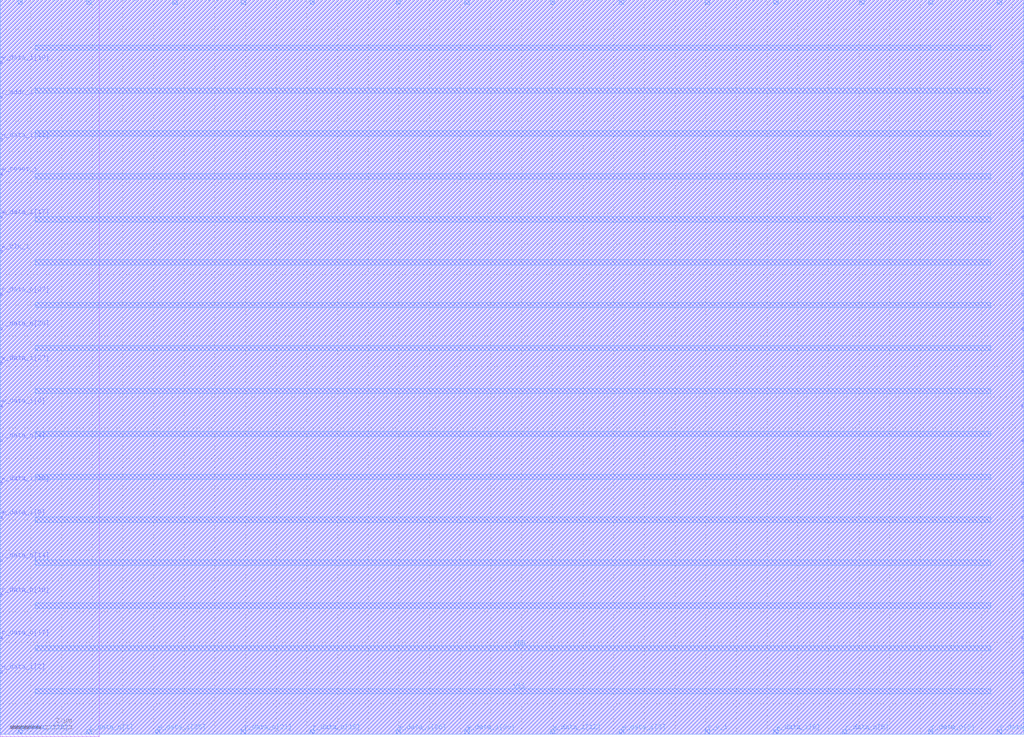
<source format=lef>
VERSION 5.8 ;
BUSBITCHARS "[]" ;
DIVIDERCHAR "/" ;
UNITS
    DATABASE MICRONS 2000 ;
END UNITS

MACRO bsg_mem_p28
  FOREIGN bsg_mem_p28 0 0 ;
  CLASS BLOCK ;
  SIZE 33.37 BY 23.96 ;
  PIN VSS
    USE GROUND ;
    DIRECTION INOUT ;
    PORT
      LAYER metal4 ;
        RECT  1.14 20.915 32.3 21.085 ;
        RECT  1.14 18.115 32.3 18.285 ;
        RECT  1.14 15.315 32.3 15.485 ;
        RECT  1.14 12.515 32.3 12.685 ;
        RECT  1.14 9.715 32.3 9.885 ;
        RECT  1.14 6.915 32.3 7.085 ;
        RECT  1.14 4.115 32.3 4.285 ;
        RECT  1.14 1.315 32.3 1.485 ;
    END
  END VSS
  PIN VDD
    USE POWER ;
    DIRECTION INOUT ;
    PORT
      LAYER metal4 ;
        RECT  1.14 22.315 32.3 22.485 ;
        RECT  1.14 19.515 32.3 19.685 ;
        RECT  1.14 16.715 32.3 16.885 ;
        RECT  1.14 13.915 32.3 14.085 ;
        RECT  1.14 11.115 32.3 11.285 ;
        RECT  1.14 8.315 32.3 8.485 ;
        RECT  1.14 5.515 32.3 5.685 ;
        RECT  1.14 2.715 32.3 2.885 ;
    END
  END VDD
  PIN r_addr_i
    DIRECTION INPUT ;
    USE SIGNAL ;
    PORT
      LAYER metal3 ;
        RECT  0 20.755 0.07 20.825 ;
    END
  END r_addr_i
  PIN r_data_o[0]
    DIRECTION OUTPUT ;
    USE SIGNAL ;
    PORT
      LAYER metal3 ;
        RECT  33.3 15.715 33.37 15.785 ;
    END
  END r_data_o[0]
  PIN r_data_o[10]
    DIRECTION OUTPUT ;
    USE SIGNAL ;
    PORT
      LAYER metal4 ;
        RECT  22.985 23.82 23.125 23.96 ;
    END
  END r_data_o[10]
  PIN r_data_o[11]
    DIRECTION OUTPUT ;
    USE SIGNAL ;
    PORT
      LAYER metal3 ;
        RECT  33.3 7.035 33.37 7.105 ;
    END
  END r_data_o[11]
  PIN r_data_o[12]
    DIRECTION OUTPUT ;
    USE SIGNAL ;
    PORT
      LAYER metal3 ;
        RECT  33.3 21.875 33.37 21.945 ;
    END
  END r_data_o[12]
  PIN r_data_o[13]
    DIRECTION OUTPUT ;
    USE SIGNAL ;
    PORT
      LAYER metal3 ;
        RECT  33.3 9.555 33.37 9.625 ;
    END
  END r_data_o[13]
  PIN r_data_o[14]
    DIRECTION OUTPUT ;
    USE SIGNAL ;
    PORT
      LAYER metal3 ;
        RECT  0 5.635 0.07 5.705 ;
    END
  END r_data_o[14]
  PIN r_data_o[15]
    DIRECTION OUTPUT ;
    USE SIGNAL ;
    PORT
      LAYER metal4 ;
        RECT  10.105 0 10.245 0.14 ;
    END
  END r_data_o[15]
  PIN r_data_o[16]
    DIRECTION OUTPUT ;
    USE SIGNAL ;
    PORT
      LAYER metal3 ;
        RECT  0 4.515 0.07 4.585 ;
    END
  END r_data_o[16]
  PIN r_data_o[17]
    DIRECTION OUTPUT ;
    USE SIGNAL ;
    PORT
      LAYER metal3 ;
        RECT  0 3.115 0.07 3.185 ;
    END
  END r_data_o[17]
  PIN r_data_o[18]
    DIRECTION OUTPUT ;
    USE SIGNAL ;
    PORT
      LAYER metal3 ;
        RECT  33.3 10.675 33.37 10.745 ;
    END
  END r_data_o[18]
  PIN r_data_o[19]
    DIRECTION OUTPUT ;
    USE SIGNAL ;
    PORT
      LAYER metal3 ;
        RECT  33.3 20.755 33.37 20.825 ;
    END
  END r_data_o[19]
  PIN r_data_o[1]
    DIRECTION OUTPUT ;
    USE SIGNAL ;
    PORT
      LAYER metal4 ;
        RECT  2.825 0 2.965 0.14 ;
    END
  END r_data_o[1]
  PIN r_data_o[20]
    DIRECTION OUTPUT ;
    USE SIGNAL ;
    PORT
      LAYER metal3 ;
        RECT  0 13.195 0.07 13.265 ;
    END
  END r_data_o[20]
  PIN r_data_o[21]
    DIRECTION OUTPUT ;
    USE SIGNAL ;
    PORT
      LAYER metal4 ;
        RECT  7.865 0 8.005 0.14 ;
    END
  END r_data_o[21]
  PIN r_data_o[22]
    DIRECTION OUTPUT ;
    USE SIGNAL ;
    PORT
      LAYER metal4 ;
        RECT  12.905 23.82 13.045 23.96 ;
    END
  END r_data_o[22]
  PIN r_data_o[23]
    DIRECTION OUTPUT ;
    USE SIGNAL ;
    PORT
      LAYER metal3 ;
        RECT  33.3 4.515 33.37 4.585 ;
    END
  END r_data_o[23]
  PIN r_data_o[24]
    DIRECTION OUTPUT ;
    USE SIGNAL ;
    PORT
      LAYER metal4 ;
        RECT  17.945 23.82 18.085 23.96 ;
    END
  END r_data_o[24]
  PIN r_data_o[25]
    DIRECTION OUTPUT ;
    USE SIGNAL ;
    PORT
      LAYER metal3 ;
        RECT  33.3 14.315 33.37 14.385 ;
    END
  END r_data_o[25]
  PIN r_data_o[26]
    DIRECTION OUTPUT ;
    USE SIGNAL ;
    PORT
      LAYER metal4 ;
        RECT  10.105 23.82 10.245 23.96 ;
    END
  END r_data_o[26]
  PIN r_data_o[27]
    DIRECTION OUTPUT ;
    USE SIGNAL ;
    PORT
      LAYER metal3 ;
        RECT  0 14.315 0.07 14.385 ;
    END
  END r_data_o[27]
  PIN r_data_o[2]
    DIRECTION OUTPUT ;
    USE SIGNAL ;
    PORT
      LAYER metal4 ;
        RECT  32.505 0 32.645 0.14 ;
    END
  END r_data_o[2]
  PIN r_data_o[3]
    DIRECTION OUTPUT ;
    USE SIGNAL ;
    PORT
      LAYER metal4 ;
        RECT  30.265 0 30.405 0.14 ;
    END
  END r_data_o[3]
  PIN r_data_o[4]
    DIRECTION OUTPUT ;
    USE SIGNAL ;
    PORT
      LAYER metal3 ;
        RECT  0 9.555 0.07 9.625 ;
    END
  END r_data_o[4]
  PIN r_data_o[5]
    DIRECTION OUTPUT ;
    USE SIGNAL ;
    PORT
      LAYER metal3 ;
        RECT  33.3 16.835 33.37 16.905 ;
    END
  END r_data_o[5]
  PIN r_data_o[6]
    DIRECTION OUTPUT ;
    USE SIGNAL ;
    PORT
      LAYER metal4 ;
        RECT  27.465 0 27.605 0.14 ;
    END
  END r_data_o[6]
  PIN r_data_o[7]
    DIRECTION OUTPUT ;
    USE SIGNAL ;
    PORT
      LAYER metal4 ;
        RECT  20.185 23.82 20.325 23.96 ;
    END
  END r_data_o[7]
  PIN r_data_o[8]
    DIRECTION OUTPUT ;
    USE SIGNAL ;
    PORT
      LAYER metal3 ;
        RECT  33.3 1.995 33.37 2.065 ;
    END
  END r_data_o[8]
  PIN r_data_o[9]
    DIRECTION OUTPUT ;
    USE SIGNAL ;
    PORT
      LAYER metal3 ;
        RECT  33.3 5.635 33.37 5.705 ;
    END
  END r_data_o[9]
  PIN r_v_i
    DIRECTION INPUT ;
    USE SIGNAL ;
    PORT
      LAYER metal4 ;
        RECT  22.985 0 23.125 0.14 ;
    END
  END r_v_i
  PIN w_addr_i
    DIRECTION INPUT ;
    USE SIGNAL ;
    PORT
      LAYER metal3 ;
        RECT  33.3 8.155 33.37 8.225 ;
    END
  END w_addr_i
  PIN w_clk_i
    DIRECTION INPUT ;
    USE SIGNAL ;
    PORT
      LAYER metal3 ;
        RECT  0 15.715 0.07 15.785 ;
    END
  END w_clk_i
  PIN w_data_i[0]
    DIRECTION INPUT ;
    USE SIGNAL ;
    PORT
      LAYER metal3 ;
        RECT  0 10.675 0.07 10.745 ;
    END
  END w_data_i[0]
  PIN w_data_i[10]
    DIRECTION INPUT ;
    USE SIGNAL ;
    PORT
      LAYER metal3 ;
        RECT  0 8.155 0.07 8.225 ;
    END
  END w_data_i[10]
  PIN w_data_i[11]
    DIRECTION INPUT ;
    USE SIGNAL ;
    PORT
      LAYER metal3 ;
        RECT  0 19.355 0.07 19.425 ;
    END
  END w_data_i[11]
  PIN w_data_i[12]
    DIRECTION INPUT ;
    USE SIGNAL ;
    PORT
      LAYER metal4 ;
        RECT  17.945 0 18.085 0.14 ;
    END
  END w_data_i[12]
  PIN w_data_i[13]
    DIRECTION INPUT ;
    USE SIGNAL ;
    PORT
      LAYER metal4 ;
        RECT  25.225 23.82 25.365 23.96 ;
    END
  END w_data_i[13]
  PIN w_data_i[14]
    DIRECTION INPUT ;
    USE SIGNAL ;
    PORT
      LAYER metal4 ;
        RECT  2.825 23.82 2.965 23.96 ;
    END
  END w_data_i[14]
  PIN w_data_i[15]
    DIRECTION INPUT ;
    USE SIGNAL ;
    PORT
      LAYER metal3 ;
        RECT  33.3 19.355 33.37 19.425 ;
    END
  END w_data_i[15]
  PIN w_data_i[16]
    DIRECTION INPUT ;
    USE SIGNAL ;
    PORT
      LAYER metal4 ;
        RECT  15.145 23.82 15.285 23.96 ;
    END
  END w_data_i[16]
  PIN w_data_i[17]
    DIRECTION INPUT ;
    USE SIGNAL ;
    PORT
      LAYER metal3 ;
        RECT  0 16.835 0.07 16.905 ;
    END
  END w_data_i[17]
  PIN w_data_i[18]
    DIRECTION INPUT ;
    USE SIGNAL ;
    PORT
      LAYER metal4 ;
        RECT  0.585 0 0.725 0.14 ;
    END
  END w_data_i[18]
  PIN w_data_i[19]
    DIRECTION INPUT ;
    USE SIGNAL ;
    PORT
      LAYER metal3 ;
        RECT  0 21.875 0.07 21.945 ;
    END
  END w_data_i[19]
  PIN w_data_i[1]
    DIRECTION INPUT ;
    USE SIGNAL ;
    PORT
      LAYER metal4 ;
        RECT  32.505 23.82 32.645 23.96 ;
    END
  END w_data_i[1]
  PIN w_data_i[20]
    DIRECTION INPUT ;
    USE SIGNAL ;
    PORT
      LAYER metal4 ;
        RECT  15.145 0 15.285 0.14 ;
    END
  END w_data_i[20]
  PIN w_data_i[21]
    DIRECTION INPUT ;
    USE SIGNAL ;
    PORT
      LAYER metal3 ;
        RECT  33.3 18.235 33.37 18.305 ;
    END
  END w_data_i[21]
  PIN w_data_i[22]
    DIRECTION INPUT ;
    USE SIGNAL ;
    PORT
      LAYER metal3 ;
        RECT  33.3 3.115 33.37 3.185 ;
    END
  END w_data_i[22]
  PIN w_data_i[23]
    DIRECTION INPUT ;
    USE SIGNAL ;
    PORT
      LAYER metal4 ;
        RECT  7.865 23.82 8.005 23.96 ;
    END
  END w_data_i[23]
  PIN w_data_i[24]
    DIRECTION INPUT ;
    USE SIGNAL ;
    PORT
      LAYER metal3 ;
        RECT  33.3 11.795 33.37 11.865 ;
    END
  END w_data_i[24]
  PIN w_data_i[25]
    DIRECTION INPUT ;
    USE SIGNAL ;
    PORT
      LAYER metal4 ;
        RECT  5.065 0 5.205 0.14 ;
    END
  END w_data_i[25]
  PIN w_data_i[26]
    DIRECTION INPUT ;
    USE SIGNAL ;
    PORT
      LAYER metal4 ;
        RECT  12.905 0 13.045 0.14 ;
    END
  END w_data_i[26]
  PIN w_data_i[27]
    DIRECTION INPUT ;
    USE SIGNAL ;
    PORT
      LAYER metal3 ;
        RECT  0 12.075 0.07 12.145 ;
    END
  END w_data_i[27]
  PIN w_data_i[2]
    DIRECTION INPUT ;
    USE SIGNAL ;
    PORT
      LAYER metal3 ;
        RECT  0 1.995 0.07 2.065 ;
    END
  END w_data_i[2]
  PIN w_data_i[3]
    DIRECTION INPUT ;
    USE SIGNAL ;
    PORT
      LAYER metal4 ;
        RECT  20.185 0 20.325 0.14 ;
    END
  END w_data_i[3]
  PIN w_data_i[4]
    DIRECTION INPUT ;
    USE SIGNAL ;
    PORT
      LAYER metal4 ;
        RECT  30.265 23.82 30.405 23.96 ;
    END
  END w_data_i[4]
  PIN w_data_i[5]
    DIRECTION INPUT ;
    USE SIGNAL ;
    PORT
      LAYER metal4 ;
        RECT  28.025 23.82 28.165 23.96 ;
    END
  END w_data_i[5]
  PIN w_data_i[6]
    DIRECTION INPUT ;
    USE SIGNAL ;
    PORT
      LAYER metal4 ;
        RECT  0.585 23.82 0.725 23.96 ;
    END
  END w_data_i[6]
  PIN w_data_i[7]
    DIRECTION INPUT ;
    USE SIGNAL ;
    PORT
      LAYER metal4 ;
        RECT  5.625 23.82 5.765 23.96 ;
    END
  END w_data_i[7]
  PIN w_data_i[8]
    DIRECTION INPUT ;
    USE SIGNAL ;
    PORT
      LAYER metal4 ;
        RECT  25.225 0 25.365 0.14 ;
    END
  END w_data_i[8]
  PIN w_data_i[9]
    DIRECTION INPUT ;
    USE SIGNAL ;
    PORT
      LAYER metal3 ;
        RECT  0 7.035 0.07 7.105 ;
    END
  END w_data_i[9]
  PIN w_reset_i
    DIRECTION INPUT ;
    USE SIGNAL ;
    PORT
      LAYER metal3 ;
        RECT  0 18.235 0.07 18.305 ;
    END
  END w_reset_i
  PIN w_v_i
    DIRECTION INPUT ;
    USE SIGNAL ;
    PORT
      LAYER metal3 ;
        RECT  33.3 13.195 33.37 13.265 ;
    END
  END w_v_i
  OBS
    LAYER metal1 ;
     RECT  0 -0.085 3.23 23.96 ;
     RECT  3.23 0 33.37 23.96 ;
    LAYER metal2 ;
     RECT  0 0 33.37 23.96 ;
    LAYER metal3 ;
     RECT  0 0 33.37 23.96 ;
    LAYER metal4 ;
     RECT  0 0 33.37 23.96 ;
  END
END bsg_mem_p28
END LIBRARY

</source>
